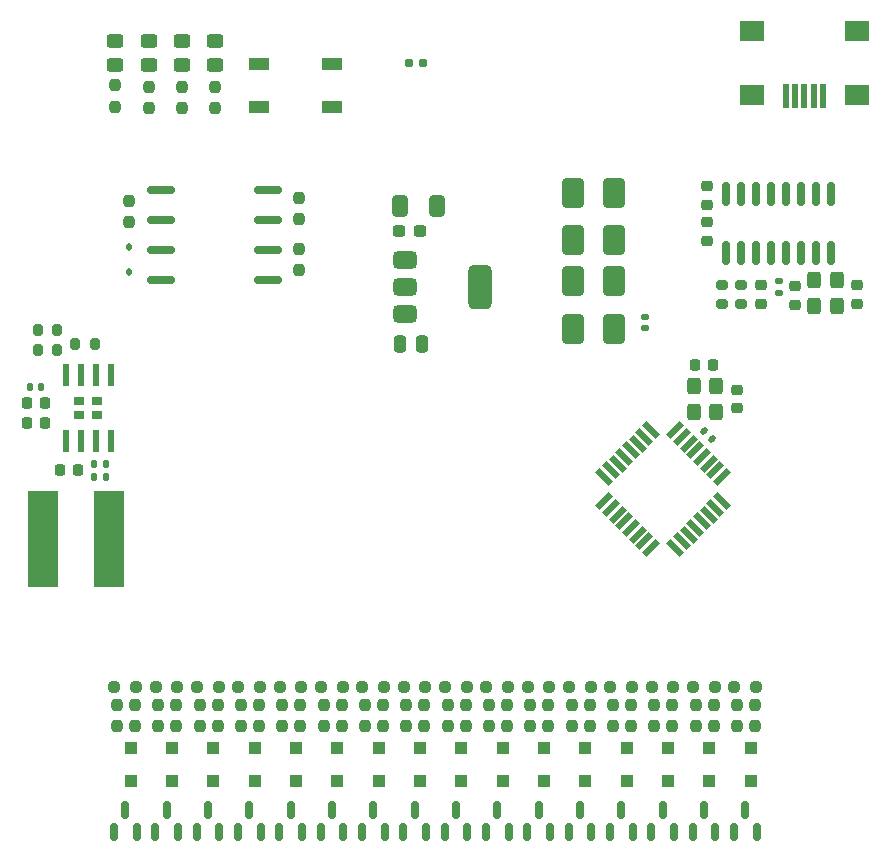
<source format=gbr>
%TF.GenerationSoftware,KiCad,Pcbnew,8.0.2*%
%TF.CreationDate,2024-12-02T21:08:37+01:00*%
%TF.ProjectId,servoDecoderInCabinet,73657276-6f44-4656-936f-646572496e43,rev?*%
%TF.SameCoordinates,Original*%
%TF.FileFunction,Paste,Top*%
%TF.FilePolarity,Positive*%
%FSLAX46Y46*%
G04 Gerber Fmt 4.6, Leading zero omitted, Abs format (unit mm)*
G04 Created by KiCad (PCBNEW 8.0.2) date 2024-12-02 21:08:37*
%MOMM*%
%LPD*%
G01*
G04 APERTURE LIST*
G04 Aperture macros list*
%AMRoundRect*
0 Rectangle with rounded corners*
0 $1 Rounding radius*
0 $2 $3 $4 $5 $6 $7 $8 $9 X,Y pos of 4 corners*
0 Add a 4 corners polygon primitive as box body*
4,1,4,$2,$3,$4,$5,$6,$7,$8,$9,$2,$3,0*
0 Add four circle primitives for the rounded corners*
1,1,$1+$1,$2,$3*
1,1,$1+$1,$4,$5*
1,1,$1+$1,$6,$7*
1,1,$1+$1,$8,$9*
0 Add four rect primitives between the rounded corners*
20,1,$1+$1,$2,$3,$4,$5,0*
20,1,$1+$1,$4,$5,$6,$7,0*
20,1,$1+$1,$6,$7,$8,$9,0*
20,1,$1+$1,$8,$9,$2,$3,0*%
%AMRotRect*
0 Rectangle, with rotation*
0 The origin of the aperture is its center*
0 $1 length*
0 $2 width*
0 $3 Rotation angle, in degrees counterclockwise*
0 Add horizontal line*
21,1,$1,$2,0,0,$3*%
G04 Aperture macros list end*
%ADD10RoundRect,0.250000X-0.450000X0.325000X-0.450000X-0.325000X0.450000X-0.325000X0.450000X0.325000X0*%
%ADD11RoundRect,0.150000X0.150000X-0.587500X0.150000X0.587500X-0.150000X0.587500X-0.150000X-0.587500X0*%
%ADD12RoundRect,0.225000X0.250000X-0.225000X0.250000X0.225000X-0.250000X0.225000X-0.250000X-0.225000X0*%
%ADD13RoundRect,0.162500X-1.012500X-0.162500X1.012500X-0.162500X1.012500X0.162500X-1.012500X0.162500X0*%
%ADD14RoundRect,0.237500X-0.237500X0.250000X-0.237500X-0.250000X0.237500X-0.250000X0.237500X0.250000X0*%
%ADD15RoundRect,0.300000X0.300000X-0.400000X0.300000X0.400000X-0.300000X0.400000X-0.300000X-0.400000X0*%
%ADD16RoundRect,0.237500X-0.250000X-0.237500X0.250000X-0.237500X0.250000X0.237500X-0.250000X0.237500X0*%
%ADD17RoundRect,0.250000X0.650000X-1.000000X0.650000X1.000000X-0.650000X1.000000X-0.650000X-1.000000X0*%
%ADD18RoundRect,0.250000X-0.300000X0.300000X-0.300000X-0.300000X0.300000X-0.300000X0.300000X0.300000X0*%
%ADD19RoundRect,0.200000X-0.275000X0.200000X-0.275000X-0.200000X0.275000X-0.200000X0.275000X0.200000X0*%
%ADD20R,0.610000X1.910000*%
%ADD21R,0.930000X0.723000*%
%ADD22RoundRect,0.200000X-0.200000X-0.275000X0.200000X-0.275000X0.200000X0.275000X-0.200000X0.275000X0*%
%ADD23RoundRect,0.140000X0.170000X-0.140000X0.170000X0.140000X-0.170000X0.140000X-0.170000X-0.140000X0*%
%ADD24RoundRect,0.237500X0.237500X-0.250000X0.237500X0.250000X-0.237500X0.250000X-0.237500X-0.250000X0*%
%ADD25RoundRect,0.250000X-0.250000X-0.475000X0.250000X-0.475000X0.250000X0.475000X-0.250000X0.475000X0*%
%ADD26RoundRect,0.225000X0.225000X0.250000X-0.225000X0.250000X-0.225000X-0.250000X0.225000X-0.250000X0*%
%ADD27RoundRect,0.300000X-0.300000X0.400000X-0.300000X-0.400000X0.300000X-0.400000X0.300000X0.400000X0*%
%ADD28RoundRect,0.200000X0.275000X-0.200000X0.275000X0.200000X-0.275000X0.200000X-0.275000X-0.200000X0*%
%ADD29RoundRect,0.225000X-0.250000X0.225000X-0.250000X-0.225000X0.250000X-0.225000X0.250000X0.225000X0*%
%ADD30RoundRect,0.237500X-0.300000X-0.237500X0.300000X-0.237500X0.300000X0.237500X-0.300000X0.237500X0*%
%ADD31RoundRect,0.250000X-0.412500X-0.650000X0.412500X-0.650000X0.412500X0.650000X-0.412500X0.650000X0*%
%ADD32RoundRect,0.140000X-0.140000X-0.170000X0.140000X-0.170000X0.140000X0.170000X-0.140000X0.170000X0*%
%ADD33RoundRect,0.150000X0.150000X-0.825000X0.150000X0.825000X-0.150000X0.825000X-0.150000X-0.825000X0*%
%ADD34RoundRect,0.200000X0.200000X0.275000X-0.200000X0.275000X-0.200000X-0.275000X0.200000X-0.275000X0*%
%ADD35RoundRect,0.225000X-0.225000X-0.250000X0.225000X-0.250000X0.225000X0.250000X-0.225000X0.250000X0*%
%ADD36RoundRect,0.112500X-0.112500X0.187500X-0.112500X-0.187500X0.112500X-0.187500X0.112500X0.187500X0*%
%ADD37R,2.600000X8.200000*%
%ADD38RoundRect,0.160000X0.197500X0.160000X-0.197500X0.160000X-0.197500X-0.160000X0.197500X-0.160000X0*%
%ADD39RotRect,1.600000X0.550000X225.000000*%
%ADD40RotRect,1.600000X0.550000X315.000000*%
%ADD41R,0.500000X2.000000*%
%ADD42R,2.000000X1.700000*%
%ADD43RoundRect,0.375000X-0.625000X-0.375000X0.625000X-0.375000X0.625000X0.375000X-0.625000X0.375000X0*%
%ADD44RoundRect,0.500000X-0.500000X-1.400000X0.500000X-1.400000X0.500000X1.400000X-0.500000X1.400000X0*%
%ADD45R,1.800000X1.100000*%
%ADD46RoundRect,0.140000X-0.170000X0.140000X-0.170000X-0.140000X0.170000X-0.140000X0.170000X0.140000X0*%
%ADD47RoundRect,0.140000X-0.219203X-0.021213X-0.021213X-0.219203X0.219203X0.021213X0.021213X0.219203X0*%
G04 APERTURE END LIST*
D10*
%TO.C,D203*%
X186212000Y-43875000D03*
X186212000Y-45925000D03*
%TD*%
D11*
%TO.C,Q1401*%
X201443000Y-110861500D03*
X203343000Y-110861500D03*
X202393000Y-108986500D03*
%TD*%
%TO.C,Q701*%
X187443000Y-110861500D03*
X189343000Y-110861500D03*
X188393000Y-108986500D03*
%TD*%
D12*
%TO.C,C704*%
X243307000Y-66156500D03*
X243307000Y-64606500D03*
%TD*%
D11*
%TO.C,Q1901*%
X218943000Y-110861500D03*
X220843000Y-110861500D03*
X219893000Y-108986500D03*
%TD*%
D13*
%TO.C,U1001*%
X184411000Y-56496000D03*
X184411000Y-59036000D03*
X184411000Y-61576000D03*
X184411000Y-64116000D03*
X193461000Y-64116000D03*
X193461000Y-61576000D03*
X193461000Y-59036000D03*
X193461000Y-56496000D03*
%TD*%
D11*
%TO.C,Q2101*%
X225943000Y-110861500D03*
X227843000Y-110861500D03*
X226893000Y-108986500D03*
%TD*%
D14*
%TO.C,R1401*%
X201695000Y-100119500D03*
X201695000Y-101944500D03*
%TD*%
D15*
%TO.C,Y201*%
X231404000Y-75284000D03*
X231404000Y-73084000D03*
X229504000Y-73084000D03*
X229504000Y-75284000D03*
%TD*%
D11*
%TO.C,Q1301*%
X197943000Y-110861500D03*
X199843000Y-110861500D03*
X198893000Y-108986500D03*
%TD*%
D14*
%TO.C,R1801*%
X215695000Y-100119500D03*
X215695000Y-101944500D03*
%TD*%
D16*
%TO.C,R603*%
X183965500Y-98576000D03*
X185790500Y-98576000D03*
%TD*%
D14*
%TO.C,R1004*%
X194695000Y-100119500D03*
X194695000Y-101944500D03*
%TD*%
D11*
%TO.C,Q1801*%
X215443000Y-110861500D03*
X217343000Y-110861500D03*
X216393000Y-108986500D03*
%TD*%
D17*
%TO.C,D1104*%
X219303000Y-60743000D03*
X219303000Y-56743000D03*
%TD*%
D18*
%TO.C,D901*%
X192338000Y-103732000D03*
X192338000Y-106532000D03*
%TD*%
D16*
%TO.C,R1603*%
X208465500Y-98576000D03*
X210290500Y-98576000D03*
%TD*%
D19*
%TO.C,R705*%
X231877000Y-64553500D03*
X231877000Y-66203500D03*
%TD*%
D14*
%TO.C,R1002*%
X196062000Y-57195500D03*
X196062000Y-59020500D03*
%TD*%
%TO.C,R701*%
X187695000Y-100119500D03*
X187695000Y-101944500D03*
%TD*%
D17*
%TO.C,D1103*%
X219303000Y-68259000D03*
X219303000Y-64259000D03*
%TD*%
D14*
%TO.C,R2201*%
X229695000Y-100119500D03*
X229695000Y-101944500D03*
%TD*%
D20*
%TO.C,U901*%
X176342908Y-77742591D03*
X177612908Y-77742591D03*
X178882908Y-77742591D03*
X180152908Y-77742591D03*
X180152908Y-72182591D03*
X178882908Y-72182591D03*
X177612908Y-72182591D03*
X176342908Y-72182591D03*
D21*
X177472908Y-75565091D03*
X179022908Y-75565091D03*
X177472908Y-74360091D03*
X179022908Y-74360091D03*
%TD*%
D14*
%TO.C,R1301*%
X198195000Y-100119500D03*
X198195000Y-101944500D03*
%TD*%
D18*
%TO.C,D1002*%
X195838000Y-103732000D03*
X195838000Y-106532000D03*
%TD*%
D14*
%TO.C,R1003*%
X196062000Y-61513500D03*
X196062000Y-63338500D03*
%TD*%
D18*
%TO.C,D1701*%
X213338000Y-103732000D03*
X213338000Y-106532000D03*
%TD*%
D10*
%TO.C,D201*%
X183418000Y-43875000D03*
X183418000Y-45925000D03*
%TD*%
D18*
%TO.C,D2201*%
X230838000Y-103732000D03*
X230838000Y-106532000D03*
%TD*%
D16*
%TO.C,R2003*%
X222465500Y-98576000D03*
X224290500Y-98576000D03*
%TD*%
D12*
%TO.C,C701*%
X230607000Y-57774500D03*
X230607000Y-56224500D03*
%TD*%
D14*
%TO.C,R1701*%
X212195000Y-100119500D03*
X212195000Y-101944500D03*
%TD*%
D22*
%TO.C,R901*%
X173993908Y-68391091D03*
X175643908Y-68391091D03*
%TD*%
D14*
%TO.C,R1501*%
X205195000Y-100119500D03*
X205195000Y-101944500D03*
%TD*%
%TO.C,R1901*%
X219195000Y-100119500D03*
X219195000Y-101944500D03*
%TD*%
D23*
%TO.C,C705*%
X236703000Y-65226500D03*
X236703000Y-64266500D03*
%TD*%
D16*
%TO.C,R1403*%
X201465500Y-98576000D03*
X203290500Y-98576000D03*
%TD*%
D24*
%TO.C,R2002*%
X224219000Y-101944500D03*
X224219000Y-100119500D03*
%TD*%
%TO.C,R301*%
X180497000Y-49495500D03*
X180497000Y-47670500D03*
%TD*%
D25*
%TO.C,C301*%
X204637000Y-69538000D03*
X206537000Y-69538000D03*
%TD*%
D16*
%TO.C,R1303*%
X197965500Y-98576000D03*
X199790500Y-98576000D03*
%TD*%
D24*
%TO.C,R1502*%
X206719000Y-101944500D03*
X206719000Y-100119500D03*
%TD*%
D14*
%TO.C,R1001*%
X181711000Y-57449500D03*
X181711000Y-59274500D03*
%TD*%
D18*
%TO.C,D801*%
X181838000Y-103732000D03*
X181838000Y-106532000D03*
%TD*%
D26*
%TO.C,C203*%
X231168000Y-71306000D03*
X229618000Y-71306000D03*
%TD*%
D24*
%TO.C,R201*%
X183418000Y-49599000D03*
X183418000Y-47774000D03*
%TD*%
D27*
%TO.C,Y701*%
X239724000Y-64104500D03*
X239724000Y-66304500D03*
X241624000Y-66304500D03*
X241624000Y-64104500D03*
%TD*%
D14*
%TO.C,R601*%
X184195000Y-100119500D03*
X184195000Y-101944500D03*
%TD*%
D17*
%TO.C,D1101*%
X222803000Y-68259000D03*
X222803000Y-64259000D03*
%TD*%
D24*
%TO.C,R203*%
X189006000Y-49622500D03*
X189006000Y-47797500D03*
%TD*%
D28*
%TO.C,R706*%
X233528000Y-66203500D03*
X233528000Y-64553500D03*
%TD*%
D11*
%TO.C,Q1701*%
X211943000Y-110861500D03*
X213843000Y-110861500D03*
X212893000Y-108986500D03*
%TD*%
%TO.C,Q2001*%
X222443000Y-110861500D03*
X224343000Y-110861500D03*
X223393000Y-108986500D03*
%TD*%
D18*
%TO.C,D1301*%
X199338000Y-103732000D03*
X199338000Y-106532000D03*
%TD*%
D29*
%TO.C,C706*%
X235179000Y-64606500D03*
X235179000Y-66156500D03*
%TD*%
%TO.C,C703*%
X238134000Y-64683500D03*
X238134000Y-66233500D03*
%TD*%
D16*
%TO.C,R703*%
X187465500Y-98576000D03*
X189290500Y-98576000D03*
%TD*%
D11*
%TO.C,Q1601*%
X208443000Y-110861500D03*
X210343000Y-110861500D03*
X209393000Y-108986500D03*
%TD*%
D16*
%TO.C,R1006*%
X194465500Y-98576000D03*
X196290500Y-98576000D03*
%TD*%
D10*
%TO.C,D301*%
X180497000Y-43875000D03*
X180497000Y-45925000D03*
%TD*%
D18*
%TO.C,D2301*%
X234338000Y-103732000D03*
X234338000Y-106532000D03*
%TD*%
D17*
%TO.C,D1102*%
X222803000Y-60743000D03*
X222803000Y-56743000D03*
%TD*%
D18*
%TO.C,D601*%
X185338000Y-103732000D03*
X185338000Y-106532000D03*
%TD*%
D14*
%TO.C,R2101*%
X226195000Y-100119500D03*
X226195000Y-101944500D03*
%TD*%
D30*
%TO.C,C302*%
X204597500Y-60013000D03*
X206322500Y-60013000D03*
%TD*%
D11*
%TO.C,Q2301*%
X232943000Y-110861500D03*
X234843000Y-110861500D03*
X233893000Y-108986500D03*
%TD*%
D31*
%TO.C,C303*%
X204659500Y-57854000D03*
X207784500Y-57854000D03*
%TD*%
D16*
%TO.C,R2303*%
X232965500Y-98576000D03*
X234790500Y-98576000D03*
%TD*%
D14*
%TO.C,R904*%
X191195000Y-100119500D03*
X191195000Y-101944500D03*
%TD*%
D32*
%TO.C,C906*%
X173324908Y-73217091D03*
X174284908Y-73217091D03*
%TD*%
D11*
%TO.C,Q601*%
X183943000Y-110861500D03*
X185843000Y-110861500D03*
X184893000Y-108986500D03*
%TD*%
D16*
%TO.C,R803*%
X180465500Y-98576000D03*
X182290500Y-98576000D03*
%TD*%
D24*
%TO.C,R1005*%
X196219000Y-101944500D03*
X196219000Y-100119500D03*
%TD*%
D32*
%TO.C,C902*%
X178755908Y-79694091D03*
X179715908Y-79694091D03*
%TD*%
D24*
%TO.C,R1402*%
X203219000Y-101944500D03*
X203219000Y-100119500D03*
%TD*%
%TO.C,R2202*%
X231219000Y-101944500D03*
X231219000Y-100119500D03*
%TD*%
D18*
%TO.C,D701*%
X188838000Y-103732000D03*
X188838000Y-106532000D03*
%TD*%
D16*
%TO.C,R1903*%
X218965500Y-98576000D03*
X220790500Y-98576000D03*
%TD*%
D33*
%TO.C,U701*%
X232258000Y-61822500D03*
X233528000Y-61822500D03*
X234798000Y-61822500D03*
X236068000Y-61822500D03*
X237338000Y-61822500D03*
X238608000Y-61822500D03*
X239878000Y-61822500D03*
X241148000Y-61822500D03*
X241148000Y-56872500D03*
X239878000Y-56872500D03*
X238608000Y-56872500D03*
X237338000Y-56872500D03*
X236068000Y-56872500D03*
X234798000Y-56872500D03*
X233528000Y-56872500D03*
X232258000Y-56872500D03*
%TD*%
D14*
%TO.C,R2301*%
X233195000Y-100119500D03*
X233195000Y-101944500D03*
%TD*%
D16*
%TO.C,R2203*%
X229465500Y-98576000D03*
X231290500Y-98576000D03*
%TD*%
D11*
%TO.C,Q801*%
X180443000Y-110861500D03*
X182343000Y-110861500D03*
X181393000Y-108986500D03*
%TD*%
%TO.C,Q901*%
X190943000Y-110861500D03*
X192843000Y-110861500D03*
X191893000Y-108986500D03*
%TD*%
D24*
%TO.C,R602*%
X185719000Y-101944500D03*
X185719000Y-100119500D03*
%TD*%
D11*
%TO.C,Q1501*%
X204943000Y-110861500D03*
X206843000Y-110861500D03*
X205893000Y-108986500D03*
%TD*%
%TO.C,Q1001*%
X194443000Y-110861500D03*
X196343000Y-110861500D03*
X195393000Y-108986500D03*
%TD*%
D24*
%TO.C,R905*%
X192719000Y-101944500D03*
X192719000Y-100119500D03*
%TD*%
D16*
%TO.C,R1703*%
X211965500Y-98576000D03*
X213790500Y-98576000D03*
%TD*%
D34*
%TO.C,R903*%
X175643908Y-70042091D03*
X173993908Y-70042091D03*
%TD*%
D35*
%TO.C,C904*%
X173027908Y-74599091D03*
X174577908Y-74599091D03*
%TD*%
D18*
%TO.C,D1501*%
X206338000Y-103732000D03*
X206338000Y-106532000D03*
%TD*%
D16*
%TO.C,R2103*%
X225965500Y-98576000D03*
X227790500Y-98576000D03*
%TD*%
D36*
%TO.C,D1001*%
X181711000Y-61376000D03*
X181711000Y-63476000D03*
%TD*%
D29*
%TO.C,C201*%
X233155000Y-73452000D03*
X233155000Y-75002000D03*
%TD*%
D37*
%TO.C,L901*%
X180031908Y-86044091D03*
X174431908Y-86044091D03*
%TD*%
D18*
%TO.C,D1801*%
X216838000Y-103732000D03*
X216838000Y-106532000D03*
%TD*%
D11*
%TO.C,Q2201*%
X229443000Y-110861500D03*
X231343000Y-110861500D03*
X230393000Y-108986500D03*
%TD*%
D24*
%TO.C,R1702*%
X213719000Y-101944500D03*
X213719000Y-100119500D03*
%TD*%
D38*
%TO.C,R202*%
X206621500Y-45789000D03*
X205426500Y-45789000D03*
%TD*%
D26*
%TO.C,C901*%
X177371908Y-80202091D03*
X175821908Y-80202091D03*
%TD*%
D39*
%TO.C,U202*%
X231908103Y-80831695D03*
X231342417Y-80266010D03*
X230776732Y-79700324D03*
X230211047Y-79134639D03*
X229645361Y-78568953D03*
X229079676Y-78003268D03*
X228513990Y-77437583D03*
X227948305Y-76871897D03*
D40*
X225897695Y-76871897D03*
X225332010Y-77437583D03*
X224766324Y-78003268D03*
X224200639Y-78568953D03*
X223634953Y-79134639D03*
X223069268Y-79700324D03*
X222503583Y-80266010D03*
X221937897Y-80831695D03*
D39*
X221937897Y-82882305D03*
X222503583Y-83447990D03*
X223069268Y-84013676D03*
X223634953Y-84579361D03*
X224200639Y-85145047D03*
X224766324Y-85710732D03*
X225332010Y-86276417D03*
X225897695Y-86842103D03*
D40*
X227948305Y-86842103D03*
X228513990Y-86276417D03*
X229079676Y-85710732D03*
X229645361Y-85145047D03*
X230211047Y-84579361D03*
X230776732Y-84013676D03*
X231342417Y-83447990D03*
X231908103Y-82882305D03*
%TD*%
D32*
%TO.C,C903*%
X178755908Y-80837091D03*
X179715908Y-80837091D03*
%TD*%
D16*
%TO.C,R906*%
X190965500Y-98576000D03*
X192790500Y-98576000D03*
%TD*%
D24*
%TO.C,R1602*%
X210219000Y-101944500D03*
X210219000Y-100119500D03*
%TD*%
%TO.C,R1902*%
X220719000Y-101944500D03*
X220719000Y-100119500D03*
%TD*%
%TO.C,R1302*%
X199719000Y-101944500D03*
X199719000Y-100119500D03*
%TD*%
D18*
%TO.C,D2101*%
X227338000Y-103732000D03*
X227338000Y-106532000D03*
%TD*%
D24*
%TO.C,R1802*%
X217219000Y-101944500D03*
X217219000Y-100119500D03*
%TD*%
D14*
%TO.C,R2001*%
X222695000Y-100119500D03*
X222695000Y-101944500D03*
%TD*%
D41*
%TO.C,J702*%
X240495500Y-48587500D03*
X239695500Y-48587500D03*
X238895500Y-48587500D03*
X238095500Y-48587500D03*
X237295500Y-48587500D03*
D42*
X243345500Y-48487500D03*
X243345500Y-43037500D03*
X234445500Y-48487500D03*
X234445500Y-43037500D03*
%TD*%
D24*
%TO.C,R2302*%
X234719000Y-101944500D03*
X234719000Y-100119500D03*
%TD*%
D16*
%TO.C,R1803*%
X215465500Y-98576000D03*
X217290500Y-98576000D03*
%TD*%
%TO.C,R1503*%
X204965500Y-98576000D03*
X206790500Y-98576000D03*
%TD*%
D24*
%TO.C,R2102*%
X227719000Y-101944500D03*
X227719000Y-100119500D03*
%TD*%
D18*
%TO.C,D1601*%
X209838000Y-103732000D03*
X209838000Y-106532000D03*
%TD*%
D43*
%TO.C,U301*%
X205104000Y-62412000D03*
X205104000Y-64712000D03*
D44*
X211404000Y-64712000D03*
D43*
X205104000Y-67012000D03*
%TD*%
D18*
%TO.C,D1401*%
X202838000Y-103732000D03*
X202838000Y-106532000D03*
%TD*%
D14*
%TO.C,R801*%
X180695000Y-100119500D03*
X180695000Y-101944500D03*
%TD*%
D29*
%TO.C,C702*%
X230607000Y-59272500D03*
X230607000Y-60822500D03*
%TD*%
D45*
%TO.C,SW201*%
X198882000Y-49530000D03*
X192682000Y-49530000D03*
X198882000Y-45830000D03*
X192682000Y-45830000D03*
%TD*%
D24*
%TO.C,R802*%
X182219000Y-101944500D03*
X182219000Y-100119500D03*
%TD*%
D46*
%TO.C,C1101*%
X225399000Y-67280000D03*
X225399000Y-68240000D03*
%TD*%
D14*
%TO.C,R1601*%
X208695000Y-100119500D03*
X208695000Y-101944500D03*
%TD*%
D18*
%TO.C,D2001*%
X223838000Y-103732000D03*
X223838000Y-106532000D03*
%TD*%
D35*
%TO.C,C905*%
X173027908Y-76265091D03*
X174577908Y-76265091D03*
%TD*%
D10*
%TO.C,D202*%
X189006000Y-43875000D03*
X189006000Y-45925000D03*
%TD*%
D18*
%TO.C,D1901*%
X220338000Y-103732000D03*
X220338000Y-106532000D03*
%TD*%
D22*
%TO.C,R902*%
X177168908Y-69534091D03*
X178818908Y-69534091D03*
%TD*%
D24*
%TO.C,R702*%
X189219000Y-101944500D03*
X189219000Y-100119500D03*
%TD*%
D47*
%TO.C,C202*%
X230393000Y-76894000D03*
X231071822Y-77572822D03*
%TD*%
D24*
%TO.C,R204*%
X186212000Y-49622500D03*
X186212000Y-47797500D03*
%TD*%
M02*

</source>
